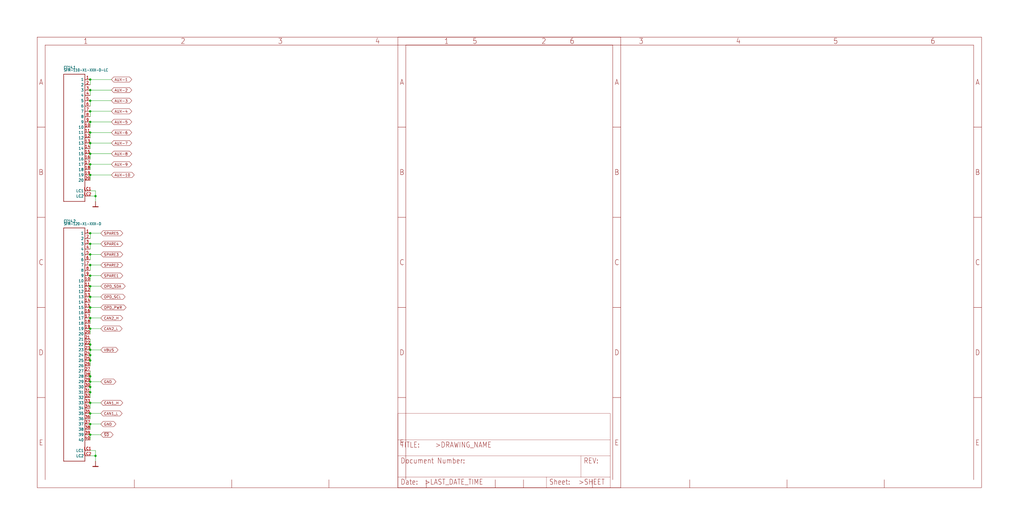
<source format=kicad_sch>
(kicad_sch (version 20211123) (generator eeschema)
  (paper "User" 490.22 254.406)
  (lib_symbols
    (symbol "oresat-backplane-2u-eagle-import:FRAME_A_L"
      (symbol "FRAME_A_L_0_0"
        (polyline (pts (xy 0 43.18) (xy 3.81 43.18)))
        (polyline (pts (xy 0 86.36) (xy 3.81 86.36)))
        (polyline (pts (xy 0 129.54) (xy 3.81 129.54)))
        (polyline (pts (xy 0 172.72) (xy 3.81 172.72)))
        (polyline (pts (xy 3.81 3.81) (xy 3.81 212.09)))
        (polyline (pts (xy 46.5667 0) (xy 46.5667 3.81)))
        (polyline (pts (xy 93.1333 0) (xy 93.1333 3.81)))
        (polyline (pts (xy 139.7 0) (xy 139.7 3.81)))
        (polyline (pts (xy 186.2667 0) (xy 186.2667 3.81)))
        (polyline (pts (xy 232.8333 0) (xy 232.8333 3.81)))
        (polyline (pts (xy 275.59 3.81) (xy 275.59 212.09)))
        (polyline (pts (xy 275.59 43.18) (xy 279.4 43.18)))
        (polyline (pts (xy 275.59 86.36) (xy 279.4 86.36)))
        (polyline (pts (xy 275.59 129.54) (xy 279.4 129.54)))
        (polyline (pts (xy 275.59 172.72) (xy 279.4 172.72)))
        (polyline (pts (xy 275.59 212.09) (xy 3.81 212.09)))
        (polyline (pts (xy 0 0) (xy 279.4 0) (xy 279.4 215.9) (xy 0 215.9) (xy 0 0)))
        (text "1" (at 23.2833 213.995 0) (effects (font (size 2.54 2.286))))
        (text "2" (at 69.85 213.995 0) (effects (font (size 2.54 2.286))))
        (text "3" (at 116.4167 213.995 0) (effects (font (size 2.54 2.286))))
        (text "4" (at 162.9833 213.995 0) (effects (font (size 2.54 2.286))))
        (text "5" (at 209.55 213.995 0) (effects (font (size 2.54 2.286))))
        (text "6" (at 256.1167 213.995 0) (effects (font (size 2.54 2.286))))
        (text "A" (at 1.905 194.31 0) (effects (font (size 2.54 2.286))))
        (text "A" (at 277.495 194.31 0) (effects (font (size 2.54 2.286))))
        (text "B" (at 1.905 151.13 0) (effects (font (size 2.54 2.286))))
        (text "B" (at 277.495 151.13 0) (effects (font (size 2.54 2.286))))
        (text "C" (at 1.905 107.95 0) (effects (font (size 2.54 2.286))))
        (text "C" (at 277.495 107.95 0) (effects (font (size 2.54 2.286))))
        (text "D" (at 1.905 64.77 0) (effects (font (size 2.54 2.286))))
        (text "D" (at 277.495 64.77 0) (effects (font (size 2.54 2.286))))
        (text "E" (at 1.905 21.59 0) (effects (font (size 2.54 2.286))))
        (text "E" (at 277.495 21.59 0) (effects (font (size 2.54 2.286))))
      )
      (symbol "FRAME_A_L_2_0"
        (polyline (pts (xy 0 0) (xy 0 5.08)) (stroke (width 0.1016)))
        (polyline (pts (xy 0 0) (xy 71.12 0)) (stroke (width 0.1016)))
        (polyline (pts (xy 0 5.08) (xy 0 15.24)) (stroke (width 0.1016)))
        (polyline (pts (xy 0 5.08) (xy 71.12 5.08)) (stroke (width 0.1016)))
        (polyline (pts (xy 0 15.24) (xy 0 22.86)) (stroke (width 0.1016)))
        (polyline (pts (xy 0 22.86) (xy 0 35.56)) (stroke (width 0.1016)))
        (polyline (pts (xy 0 22.86) (xy 101.6 22.86)) (stroke (width 0.1016)))
        (polyline (pts (xy 71.12 0) (xy 101.6 0)) (stroke (width 0.1016)))
        (polyline (pts (xy 71.12 5.08) (xy 71.12 0)) (stroke (width 0.1016)))
        (polyline (pts (xy 71.12 5.08) (xy 87.63 5.08)) (stroke (width 0.1016)))
        (polyline (pts (xy 87.63 5.08) (xy 101.6 5.08)) (stroke (width 0.1016)))
        (polyline (pts (xy 87.63 15.24) (xy 0 15.24)) (stroke (width 0.1016)))
        (polyline (pts (xy 87.63 15.24) (xy 87.63 5.08)) (stroke (width 0.1016)))
        (polyline (pts (xy 101.6 5.08) (xy 101.6 0)) (stroke (width 0.1016)))
        (polyline (pts (xy 101.6 15.24) (xy 87.63 15.24)) (stroke (width 0.1016)))
        (polyline (pts (xy 101.6 15.24) (xy 101.6 5.08)) (stroke (width 0.1016)))
        (polyline (pts (xy 101.6 22.86) (xy 101.6 15.24)) (stroke (width 0.1016)))
        (polyline (pts (xy 101.6 35.56) (xy 0 35.56)) (stroke (width 0.1016)))
        (polyline (pts (xy 101.6 35.56) (xy 101.6 22.86)) (stroke (width 0.1016)))
        (text ">DRAWING_NAME" (at 17.78 19.05 0) (effects (font (size 2.54 2.159)) (justify left bottom)))
        (text ">LAST_DATE_TIME" (at 12.7 1.27 0) (effects (font (size 2.54 2.159)) (justify left bottom)))
        (text ">SHEET" (at 86.36 1.27 0) (effects (font (size 2.54 2.159)) (justify left bottom)))
        (text "Date:" (at 1.27 1.27 0) (effects (font (size 2.54 2.159)) (justify left bottom)))
        (text "Document Number:" (at 1.27 11.43 0) (effects (font (size 2.54 2.159)) (justify left bottom)))
        (text "REV:" (at 88.9 11.43 0) (effects (font (size 2.54 2.159)) (justify left bottom)))
        (text "Sheet:" (at 72.39 1.27 0) (effects (font (size 2.54 2.159)) (justify left bottom)))
        (text "TITLE:" (at 1.27 19.05 0) (effects (font (size 2.54 2.159)) (justify left bottom)))
      )
    )
    (symbol "oresat-backplane-2u-eagle-import:GND" (power)
      (symbol "GND_1_0"
        (polyline (pts (xy -1.27 -2.54) (xy 1.27 -2.54)) (stroke (width 0.4064)))
        (pin power_in line (at 0 0 270) (length 2.54) (name "GND") (number "1"))
      )
    )
    (symbol "oresat-backplane-2u-eagle-import:SFM-110-X1-XXX-D-LC"
      (property "Reference" "CF" (at -2.54 33.02 0))
      (property "Value" "SFM-110-X1-XXX-D-LC" (at -2.54 31.75 0))
      (symbol "SFM-110-X1-XXX-D-LC_1_0"
        (polyline (pts (xy -2.54 -30.48) (xy -2.54 30.48)) (stroke (width 0.254)))
        (polyline (pts (xy -2.54 30.48) (xy 7.62 30.48)) (stroke (width 0.254)))
        (polyline (pts (xy 7.62 -30.48) (xy -2.54 -30.48)) (stroke (width 0.254)))
        (polyline (pts (xy 7.62 30.48) (xy 7.62 -30.48)) (stroke (width 0.254)))
        (pin passive line (at 10.16 27.94 180) (length 2.54) (name "1") (number "1"))
        (pin passive line (at 10.16 5.08 180) (length 2.54) (name "10") (number "10"))
        (pin passive line (at 10.16 2.54 180) (length 2.54) (name "11") (number "11"))
        (pin passive line (at 10.16 0 180) (length 2.54) (name "12") (number "12"))
        (pin passive line (at 10.16 -2.54 180) (length 2.54) (name "13") (number "13"))
        (pin passive line (at 10.16 -5.08 180) (length 2.54) (name "14") (number "14"))
        (pin passive line (at 10.16 -7.62 180) (length 2.54) (name "15") (number "15"))
        (pin passive line (at 10.16 -10.16 180) (length 2.54) (name "16") (number "16"))
        (pin passive line (at 10.16 -12.7 180) (length 2.54) (name "17") (number "17"))
        (pin passive line (at 10.16 -15.24 180) (length 2.54) (name "18") (number "18"))
        (pin passive line (at 10.16 -17.78 180) (length 2.54) (name "19") (number "19"))
        (pin passive line (at 10.16 25.4 180) (length 2.54) (name "2") (number "2"))
        (pin passive line (at 10.16 -20.32 180) (length 2.54) (name "20") (number "20"))
        (pin passive line (at 10.16 22.86 180) (length 2.54) (name "3") (number "3"))
        (pin passive line (at 10.16 20.32 180) (length 2.54) (name "4") (number "4"))
        (pin passive line (at 10.16 17.78 180) (length 2.54) (name "5") (number "5"))
        (pin passive line (at 10.16 15.24 180) (length 2.54) (name "6") (number "6"))
        (pin passive line (at 10.16 12.7 180) (length 2.54) (name "7") (number "7"))
        (pin passive line (at 10.16 10.16 180) (length 2.54) (name "8") (number "8"))
        (pin passive line (at 10.16 7.62 180) (length 2.54) (name "9") (number "9"))
        (pin passive line (at 10.16 -25.4 180) (length 2.54) (name "LC1") (number "LC1"))
        (pin passive line (at 10.16 -27.94 180) (length 2.54) (name "LC2") (number "LC2"))
      )
    )
    (symbol "oresat-backplane-2u-eagle-import:SFM-120-X1-XXX-D"
      (property "Reference" "J" (at -2.54 50.8 0))
      (property "Value" "SFM-120-X1-XXX-D" (at -2.54 49.53 0))
      (symbol "SFM-120-X1-XXX-D_1_0"
        (polyline (pts (xy -2.54 -63.5) (xy -2.54 48.26)) (stroke (width 0.254)))
        (polyline (pts (xy -2.54 48.26) (xy 7.62 48.26)) (stroke (width 0.254)))
        (polyline (pts (xy 7.62 -63.5) (xy -2.54 -63.5)) (stroke (width 0.254)))
        (polyline (pts (xy 7.62 48.26) (xy 7.62 -63.5)) (stroke (width 0.254)))
        (pin passive line (at 10.16 45.72 180) (length 2.54) (name "1") (number "1"))
        (pin passive line (at 10.16 22.86 180) (length 2.54) (name "10") (number "10"))
        (pin passive line (at 10.16 20.32 180) (length 2.54) (name "11") (number "11"))
        (pin passive line (at 10.16 17.78 180) (length 2.54) (name "12") (number "12"))
        (pin passive line (at 10.16 15.24 180) (length 2.54) (name "13") (number "13"))
        (pin passive line (at 10.16 12.7 180) (length 2.54) (name "14") (number "14"))
        (pin passive line (at 10.16 10.16 180) (length 2.54) (name "15") (number "15"))
        (pin passive line (at 10.16 7.62 180) (length 2.54) (name "16") (number "16"))
        (pin passive line (at 10.16 5.08 180) (length 2.54) (name "17") (number "17"))
        (pin passive line (at 10.16 2.54 180) (length 2.54) (name "18") (number "18"))
        (pin passive line (at 10.16 0 180) (length 2.54) (name "19") (number "19"))
        (pin passive line (at 10.16 43.18 180) (length 2.54) (name "2") (number "2"))
        (pin passive line (at 10.16 -2.54 180) (length 2.54) (name "20") (number "20"))
        (pin passive line (at 10.16 -5.08 180) (length 2.54) (name "21") (number "21"))
        (pin passive line (at 10.16 -7.62 180) (length 2.54) (name "22") (number "22"))
        (pin passive line (at 10.16 -10.16 180) (length 2.54) (name "23") (number "23"))
        (pin passive line (at 10.16 -12.7 180) (length 2.54) (name "24") (number "24"))
        (pin passive line (at 10.16 -15.24 180) (length 2.54) (name "25") (number "25"))
        (pin passive line (at 10.16 -17.78 180) (length 2.54) (name "26") (number "26"))
        (pin passive line (at 10.16 -20.32 180) (length 2.54) (name "27") (number "27"))
        (pin passive line (at 10.16 -22.86 180) (length 2.54) (name "28") (number "28"))
        (pin passive line (at 10.16 -25.4 180) (length 2.54) (name "29") (number "29"))
        (pin passive line (at 10.16 40.64 180) (length 2.54) (name "3") (number "3"))
        (pin passive line (at 10.16 -27.94 180) (length 2.54) (name "30") (number "30"))
        (pin passive line (at 10.16 -30.48 180) (length 2.54) (name "31") (number "31"))
        (pin passive line (at 10.16 -33.02 180) (length 2.54) (name "32") (number "32"))
        (pin passive line (at 10.16 -35.56 180) (length 2.54) (name "33") (number "33"))
        (pin passive line (at 10.16 -38.1 180) (length 2.54) (name "34") (number "34"))
        (pin passive line (at 10.16 -40.64 180) (length 2.54) (name "35") (number "35"))
        (pin passive line (at 10.16 -43.18 180) (length 2.54) (name "36") (number "36"))
        (pin passive line (at 10.16 -45.72 180) (length 2.54) (name "37") (number "37"))
        (pin passive line (at 10.16 -48.26 180) (length 2.54) (name "38") (number "38"))
        (pin passive line (at 10.16 -50.8 180) (length 2.54) (name "39") (number "39"))
        (pin passive line (at 10.16 38.1 180) (length 2.54) (name "4") (number "4"))
        (pin passive line (at 10.16 -53.34 180) (length 2.54) (name "40") (number "40"))
        (pin passive line (at 10.16 35.56 180) (length 2.54) (name "5") (number "5"))
        (pin passive line (at 10.16 33.02 180) (length 2.54) (name "6") (number "6"))
        (pin passive line (at 10.16 30.48 180) (length 2.54) (name "7") (number "7"))
        (pin passive line (at 10.16 27.94 180) (length 2.54) (name "8") (number "8"))
        (pin passive line (at 10.16 25.4 180) (length 2.54) (name "9") (number "9"))
        (pin passive line (at 10.16 -58.42 180) (length 2.54) (name "LC1") (number "LC1"))
        (pin passive line (at 10.16 -60.96 180) (length 2.54) (name "LC2") (number "LC2"))
      )
    )
  )
  (junction (at 43.18 137.16))
  (junction (at 43.18 165.1))
  (junction (at 43.18 73.66))
  (junction (at 43.18 38.1))
  (junction (at 43.18 208.28))
  (junction (at 43.18 157.48))
  (junction (at 43.18 58.42))
  (junction (at 43.18 167.64))
  (junction (at 43.18 48.26))
  (junction (at 43.18 187.96))
  (junction (at 43.18 172.72))
  (junction (at 43.18 43.18))
  (junction (at 43.18 185.42))
  (junction (at 43.18 116.84))
  (junction (at 43.18 121.92))
  (junction (at 43.18 127))
  (junction (at 43.18 53.34))
  (junction (at 43.18 180.34))
  (junction (at 43.18 132.08))
  (junction (at 45.72 93.98))
  (junction (at 43.18 68.58))
  (junction (at 45.72 218.44))
  (junction (at 43.18 152.4))
  (junction (at 43.18 182.88))
  (junction (at 43.18 63.5))
  (junction (at 43.18 142.24))
  (junction (at 43.18 111.76))
  (junction (at 43.18 170.18))
  (junction (at 43.18 83.82))
  (junction (at 43.18 78.74))
  (junction (at 43.18 147.32))
  (junction (at 43.18 203.2))
  (junction (at 43.18 193.04))
  (junction (at 43.18 198.12))
  (wire (pts (xy 43.18 116.84) (xy 48.26 116.84)))
  (wire (pts (xy 43.18 182.88) (xy 43.18 185.42)))
  (wire (pts (xy 43.18 78.74) (xy 43.18 81.28)))
  (wire (pts (xy 43.18 121.92) (xy 48.26 121.92)))
  (wire (pts (xy 48.26 157.48) (xy 43.18 157.48)))
  (wire (pts (xy 43.18 215.9) (xy 45.72 215.9)))
  (wire (pts (xy 43.18 121.92) (xy 43.18 124.46)))
  (wire (pts (xy 43.18 38.1) (xy 53.34 38.1)))
  (wire (pts (xy 43.18 147.32) (xy 43.18 149.86)))
  (wire (pts (xy 43.18 162.56) (xy 43.18 165.1)))
  (wire (pts (xy 45.72 93.98) (xy 43.18 93.98)))
  (wire (pts (xy 43.18 48.26) (xy 43.18 50.8)))
  (wire (pts (xy 43.18 116.84) (xy 43.18 119.38)))
  (wire (pts (xy 43.18 83.82) (xy 43.18 86.36)))
  (wire (pts (xy 48.26 167.64) (xy 43.18 167.64)))
  (wire (pts (xy 43.18 63.5) (xy 43.18 66.04)))
  (wire (pts (xy 43.18 137.16) (xy 43.18 139.7)))
  (wire (pts (xy 48.26 182.88) (xy 43.18 182.88)))
  (wire (pts (xy 43.18 172.72) (xy 43.18 175.26)))
  (wire (pts (xy 43.18 38.1) (xy 43.18 40.64)))
  (wire (pts (xy 48.26 193.04) (xy 43.18 193.04)))
  (wire (pts (xy 43.18 127) (xy 43.18 129.54)))
  (wire (pts (xy 48.26 198.12) (xy 43.18 198.12)))
  (wire (pts (xy 43.18 152.4) (xy 43.18 154.94)))
  (wire (pts (xy 48.26 127) (xy 43.18 127)))
  (wire (pts (xy 48.26 203.2) (xy 43.18 203.2)))
  (wire (pts (xy 43.18 193.04) (xy 43.18 195.58)))
  (wire (pts (xy 43.18 167.64) (xy 43.18 170.18)))
  (wire (pts (xy 43.18 73.66) (xy 43.18 76.2)))
  (wire (pts (xy 48.26 147.32) (xy 43.18 147.32)))
  (wire (pts (xy 43.18 187.96) (xy 43.18 190.5)))
  (wire (pts (xy 43.18 63.5) (xy 53.34 63.5)))
  (wire (pts (xy 48.26 152.4) (xy 43.18 152.4)))
  (wire (pts (xy 43.18 53.34) (xy 53.34 53.34)))
  (wire (pts (xy 43.18 177.8) (xy 43.18 180.34)))
  (wire (pts (xy 43.18 48.26) (xy 53.34 48.26)))
  (wire (pts (xy 43.18 203.2) (xy 43.18 205.74)))
  (wire (pts (xy 48.26 132.08) (xy 43.18 132.08)))
  (wire (pts (xy 43.18 218.44) (xy 45.72 218.44)))
  (wire (pts (xy 43.18 43.18) (xy 43.18 45.72)))
  (wire (pts (xy 43.18 73.66) (xy 53.34 73.66)))
  (wire (pts (xy 43.18 132.08) (xy 43.18 134.62)))
  (wire (pts (xy 43.18 58.42) (xy 53.34 58.42)))
  (wire (pts (xy 43.18 198.12) (xy 43.18 200.66)))
  (wire (pts (xy 43.18 43.18) (xy 53.34 43.18)))
  (wire (pts (xy 48.26 137.16) (xy 43.18 137.16)))
  (wire (pts (xy 43.18 58.42) (xy 43.18 60.96)))
  (wire (pts (xy 45.72 218.44) (xy 45.72 220.98)))
  (wire (pts (xy 48.26 208.28) (xy 43.18 208.28)))
  (wire (pts (xy 43.18 170.18) (xy 43.18 172.72)))
  (wire (pts (xy 43.18 53.34) (xy 43.18 55.88)))
  (wire (pts (xy 43.18 78.74) (xy 53.34 78.74)))
  (wire (pts (xy 45.72 96.52) (xy 45.72 93.98)))
  (wire (pts (xy 43.18 208.28) (xy 43.18 210.82)))
  (wire (pts (xy 43.18 68.58) (xy 43.18 71.12)))
  (wire (pts (xy 43.18 111.76) (xy 48.26 111.76)))
  (wire (pts (xy 43.18 185.42) (xy 43.18 187.96)))
  (wire (pts (xy 45.72 215.9) (xy 45.72 218.44)))
  (wire (pts (xy 43.18 111.76) (xy 43.18 114.3)))
  (wire (pts (xy 43.18 180.34) (xy 43.18 182.88)))
  (wire (pts (xy 43.18 165.1) (xy 43.18 167.64)))
  (wire (pts (xy 43.18 157.48) (xy 43.18 160.02)))
  (wire (pts (xy 43.18 83.82) (xy 53.34 83.82)))
  (wire (pts (xy 43.18 142.24) (xy 43.18 144.78)))
  (wire (pts (xy 48.26 142.24) (xy 43.18 142.24)))
  (wire (pts (xy 43.18 68.58) (xy 53.34 68.58)))
  (wire (pts (xy 45.72 91.44) (xy 43.18 91.44)))
  (wire (pts (xy 45.72 93.98) (xy 45.72 91.44)))
  (global_label "AUX-5" (shape bidirectional) (at 53.34 58.42 0) (effects (font (size 1.2446 1.2446))) (property "Intersheet References" "${INTERSHEET_REFS}" (effects hide)))
  (global_label "AUX-8" (shape bidirectional) (at 53.34 73.66 0) (effects (font (size 1.2446 1.2446))) (property "Intersheet References" "${INTERSHEET_REFS}" (effects hide)))
  (global_label "~{SD}" (shape bidirectional) (at 48.26 208.28 0) (effects (font (size 1.2446 1.2446))) (property "Intersheet References" "${INTERSHEET_REFS}" (effects hide)))
  (global_label "CAN2_H" (shape bidirectional) (at 48.26 152.4 0) (effects (font (size 1.2446 1.2446))) (property "Intersheet References" "${INTERSHEET_REFS}" (effects hide)))
  (global_label "AUX-1" (shape bidirectional) (at 53.34 38.1 0) (effects (font (size 1.2446 1.2446))) (property "Intersheet References" "${INTERSHEET_REFS}" (effects hide)))
  (global_label "SPARE5" (shape bidirectional) (at 48.26 111.76 0) (effects (font (size 1.2446 1.2446))) (property "Intersheet References" "${INTERSHEET_REFS}" (effects hide)))
  (global_label "AUX-4" (shape bidirectional) (at 53.34 53.34 0) (effects (font (size 1.2446 1.2446))) (property "Intersheet References" "${INTERSHEET_REFS}" (effects hide)))
  (global_label "AUX-9" (shape bidirectional) (at 53.34 78.74 0) (effects (font (size 1.2446 1.2446))) (property "Intersheet References" "${INTERSHEET_REFS}" (effects hide)))
  (global_label "GND" (shape bidirectional) (at 48.26 203.2 0) (effects (font (size 1.2446 1.2446))) (property "Intersheet References" "${INTERSHEET_REFS}" (effects hide)))
  (global_label "AUX-6" (shape bidirectional) (at 53.34 63.5 0) (effects (font (size 1.2446 1.2446))) (property "Intersheet References" "${INTERSHEET_REFS}" (effects hide)))
  (global_label "AUX-3" (shape bidirectional) (at 53.34 48.26 0) (effects (font (size 1.2446 1.2446))) (property "Intersheet References" "${INTERSHEET_REFS}" (effects hide)))
  (global_label "SPARE2" (shape bidirectional) (at 48.26 127 0) (effects (font (size 1.2446 1.2446))) (property "Intersheet References" "${INTERSHEET_REFS}" (effects hide)))
  (global_label "SPARE4" (shape bidirectional) (at 48.26 116.84 0) (effects (font (size 1.2446 1.2446))) (property "Intersheet References" "${INTERSHEET_REFS}" (effects hide)))
  (global_label "CAN2_L" (shape bidirectional) (at 48.26 157.48 0) (effects (font (size 1.2446 1.2446))) (property "Intersheet References" "${INTERSHEET_REFS}" (effects hide)))
  (global_label "CAN1_H" (shape bidirectional) (at 48.26 193.04 0) (effects (font (size 1.2446 1.2446))) (property "Intersheet References" "${INTERSHEET_REFS}" (effects hide)))
  (global_label "AUX-10" (shape bidirectional) (at 53.34 83.82 0) (effects (font (size 1.2446 1.2446))) (property "Intersheet References" "${INTERSHEET_REFS}" (effects hide)))
  (global_label "AUX-2" (shape bidirectional) (at 53.34 43.18 0) (effects (font (size 1.2446 1.2446))) (property "Intersheet References" "${INTERSHEET_REFS}" (effects hide)))
  (global_label "SPARE1" (shape bidirectional) (at 48.26 132.08 0) (effects (font (size 1.2446 1.2446))) (property "Intersheet References" "${INTERSHEET_REFS}" (effects hide)))
  (global_label "OPD_SCL" (shape bidirectional) (at 48.26 142.24 0) (effects (font (size 1.2446 1.2446))) (property "Intersheet References" "${INTERSHEET_REFS}" (effects hide)))
  (global_label "VBUS" (shape bidirectional) (at 48.26 167.64 0) (effects (font (size 1.2446 1.2446))) (property "Intersheet References" "${INTERSHEET_REFS}" (effects hide)))
  (global_label "GND" (shape bidirectional) (at 48.26 182.88 0) (effects (font (size 1.2446 1.2446))) (property "Intersheet References" "${INTERSHEET_REFS}" (effects hide)))
  (global_label "OPD_PWR" (shape bidirectional) (at 48.26 147.32 0) (effects (font (size 1.2446 1.2446))) (property "Intersheet References" "${INTERSHEET_REFS}" (effects hide)))
  (global_label "SPARE3" (shape bidirectional) (at 48.26 121.92 0) (effects (font (size 1.2446 1.2446))) (property "Intersheet References" "${INTERSHEET_REFS}" (effects hide)))
  (global_label "CAN1_L" (shape bidirectional) (at 48.26 198.12 0) (effects (font (size 1.2446 1.2446))) (property "Intersheet References" "${INTERSHEET_REFS}" (effects hide)))
  (global_label "AUX-7" (shape bidirectional) (at 53.34 68.58 0) (effects (font (size 1.2446 1.2446))) (property "Intersheet References" "${INTERSHEET_REFS}" (effects hide)))
  (global_label "OPD_SDA" (shape bidirectional) (at 48.26 137.16 0) (effects (font (size 1.2446 1.2446))) (property "Intersheet References" "${INTERSHEET_REFS}" (effects hide)))
  (symbol (lib_id "oresat-backplane-2u-eagle-import:GND") (at 45.72 96.52 0) (unit 1)
    (property "Reference" "#GND041" (effects hide))
    (property "Value" "GND" (effects hide))
    (property "Footprint" "oresat-backplane-2u:" (effects hide))
  )
  (symbol (lib_id "oresat-backplane-2u-eagle-import:SFM-110-X1-XXX-D-LC") (at 33.02 66.04 0) (unit 1)
    (property "Reference" "CF14.1" (at 30.48 33.02 0) (effects (font (size 1.27 1.0795)) (justify left bottom)))
    (property "Value" "SFM-110-X1-XXX-D-LC" (at 30.48 34.29 0) (effects (font (size 1.27 1.0795)) (justify left bottom)))
    (property "Footprint" "oresat-backplane-2u:SFM-110-X1-XXX-D-LC" (effects hide))
  )
  (symbol (lib_id "oresat-backplane-2u-eagle-import:FRAME_A_L") (at 17.78 233.68 0) (unit 1)
    (property "Reference" "#FRAME7" (effects hide))
    (property "Value" "FRAME_A_L" (effects hide))
    (property "Footprint" "oresat-backplane-2u:" (effects hide))
  )
  (symbol (lib_id "oresat-backplane-2u-eagle-import:GND") (at 45.72 220.98 0) (unit 1)
    (property "Reference" "#GND037" (effects hide))
    (property "Value" "GND" (effects hide))
    (property "Footprint" "oresat-backplane-2u:" (effects hide))
  )
  (symbol (lib_id "oresat-backplane-2u-eagle-import:FRAME_A_L") (at 190.5 233.68 0) (unit 2)
    (property "Reference" "#FRAME7" (effects hide))
    (property "Value" "FRAME_A_L" (effects hide))
    (property "Footprint" "oresat-backplane-2u:" (effects hide))
  )
  (symbol (lib_id "oresat-backplane-2u-eagle-import:SFM-120-X1-XXX-D") (at 33.02 157.48 0) (unit 1)
    (property "Reference" "CF14.2" (at 30.48 106.68 0) (effects (font (size 1.27 1.0795)) (justify left bottom)))
    (property "Value" "SFM-120-X1-XXX-D" (at 30.48 107.95 0) (effects (font (size 1.27 1.0795)) (justify left bottom)))
    (property "Footprint" "oresat-backplane-2u:SFM-120-X1-XXX-D" (effects hide))
  )
)
</source>
